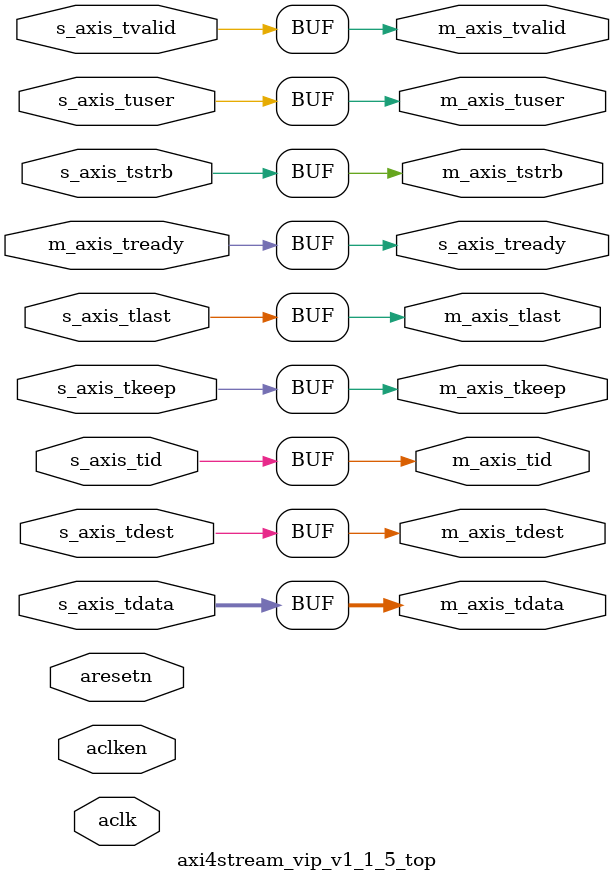
<source format=sv>

`timescale 1ps/1ps

(* DowngradeIPIdentifiedWarnings="yes" *) 
module axi4stream_vip_v1_1_5_top #
  (
   parameter [31:0]  C_AXI4STREAM_SIGNAL_SET         = 32'h03,
   parameter integer C_AXI4STREAM_INTERFACE_MODE     = 1,  //master, slave and bypass
   parameter integer C_AXI4STREAM_DATA_WIDTH        = 8,
   parameter integer C_AXI4STREAM_USER_BITS_PER_BYTE = 0,
   parameter integer C_AXI4STREAM_ID_WIDTH          = 0,
   parameter integer C_AXI4STREAM_DEST_WIDTH        = 0,
   parameter integer C_AXI4STREAM_USER_WIDTH        = 0,
   parameter integer C_AXI4STREAM_HAS_ARESETN       = 0
   )
  (
   // System Signals
   input wire aclk,
   input wire aresetn,
   input wire aclken,

   // Slave side
   input  wire                              s_axis_tvalid,
   output wire                              s_axis_tready,
   input  wire [C_AXI4STREAM_DATA_WIDTH==0? 0:C_AXI4STREAM_DATA_WIDTH-1:0]     s_axis_tdata,
   input  wire [C_AXI4STREAM_DATA_WIDTH/8==0? 0:C_AXI4STREAM_DATA_WIDTH/8-1:0]   s_axis_tstrb,
   input  wire [C_AXI4STREAM_DATA_WIDTH/8==0? 0:C_AXI4STREAM_DATA_WIDTH/8-1:0]   s_axis_tkeep,
   input  wire                              s_axis_tlast,
   input  wire [C_AXI4STREAM_ID_WIDTH==0? 0:C_AXI4STREAM_ID_WIDTH-1:0]         s_axis_tid,
   input  wire [C_AXI4STREAM_DEST_WIDTH==0? 0:C_AXI4STREAM_DEST_WIDTH-1:0]     s_axis_tdest,
   input  wire [C_AXI4STREAM_USER_WIDTH==0? 0:C_AXI4STREAM_USER_WIDTH-1:0]     s_axis_tuser,

   // Master side
   output wire                              m_axis_tvalid,
   input  wire                              m_axis_tready,
   output wire [C_AXI4STREAM_DATA_WIDTH==0? 0:C_AXI4STREAM_DATA_WIDTH-1:0]     m_axis_tdata,
   output wire [C_AXI4STREAM_DATA_WIDTH/8==0? 0:C_AXI4STREAM_DATA_WIDTH/8-1:0]   m_axis_tstrb,
   output wire [C_AXI4STREAM_DATA_WIDTH/8==0? 0:C_AXI4STREAM_DATA_WIDTH/8-1:0]   m_axis_tkeep,
   output wire                              m_axis_tlast,
   output wire [C_AXI4STREAM_ID_WIDTH==0? 0:C_AXI4STREAM_ID_WIDTH-1:0]         m_axis_tid,
   output wire [C_AXI4STREAM_DEST_WIDTH==0? 0:C_AXI4STREAM_DEST_WIDTH-1:0]     m_axis_tdest,
   output wire [C_AXI4STREAM_USER_WIDTH==0? 0:C_AXI4STREAM_USER_WIDTH-1:0]     m_axis_tuser
     );

    //output for slave side, 0 or interface signal(mux)
  assign s_axis_tready =  (C_AXI4STREAM_INTERFACE_MODE ==1 )? m_axis_tready : {1'b0};

  //output for master side, 0 or interface(mux)
  assign m_axis_tvalid = (C_AXI4STREAM_INTERFACE_MODE ==1 )? s_axis_tvalid : {1'b0};
  assign m_axis_tdata  = (C_AXI4STREAM_INTERFACE_MODE ==1 )? s_axis_tdata : {C_AXI4STREAM_DATA_WIDTH==0? 1:C_AXI4STREAM_DATA_WIDTH{1'b0}};
  assign m_axis_tstrb  =(C_AXI4STREAM_INTERFACE_MODE ==1 )? s_axis_tstrb : {C_AXI4STREAM_DATA_WIDTH/8==0? 1:(C_AXI4STREAM_DATA_WIDTH/8){1'b0}};
  assign m_axis_tkeep  =  (C_AXI4STREAM_INTERFACE_MODE ==1 )? s_axis_tkeep : {C_AXI4STREAM_DATA_WIDTH/8==0? 1:(C_AXI4STREAM_DATA_WIDTH/8){1'b0}};
  assign m_axis_tlast  = (C_AXI4STREAM_INTERFACE_MODE ==1 )? s_axis_tlast : {1'b0};
  assign m_axis_tid    = (C_AXI4STREAM_INTERFACE_MODE ==1 )? s_axis_tid: {C_AXI4STREAM_ID_WIDTH==0? 1: C_AXI4STREAM_ID_WIDTH{1'b0}};
  assign m_axis_tdest  = (C_AXI4STREAM_INTERFACE_MODE ==1 )? s_axis_tdest : {(C_AXI4STREAM_DEST_WIDTH==0? 1: C_AXI4STREAM_DEST_WIDTH){1'b0}};
  assign m_axis_tuser  =  (C_AXI4STREAM_INTERFACE_MODE ==1 )? s_axis_tuser: {(C_AXI4STREAM_USER_WIDTH==0? 1: C_AXI4STREAM_USER_WIDTH){1'b0}}; 

endmodule : axi4stream_vip_v1_1_5_top



</source>
